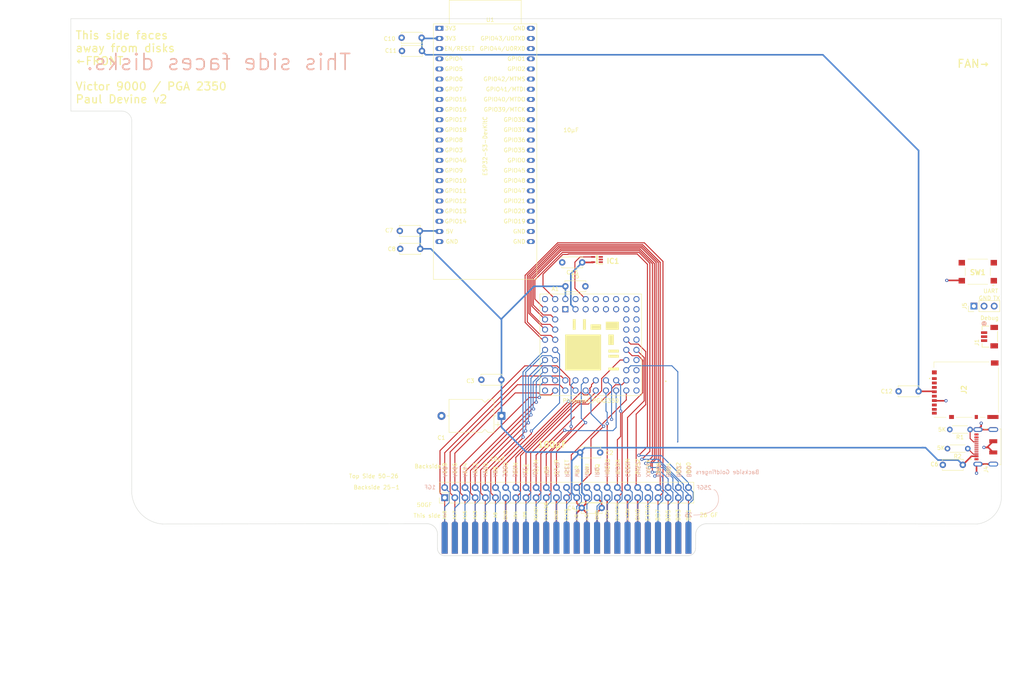
<source format=kicad_pcb>
(kicad_pcb (version 20241229) (generator "pcbnew") (generator_version "9.0")
  (layers (0 "F.Cu" signal) (4 "In1.Cu" signal) (6 "In2.Cu" signal) (2 "B.Cu" signal) (13 "F.Paste" user) (15 "B.Paste" user) (5 "F.SilkS" user "F.Silkscreen") (7 "B.SilkS" user "B.Silkscreen") (1 "F.Mask" user) (3 "B.Mask" user) (25 "Edge.Cuts" user))
  (net 0 "")
  (net 1 "/BOOTSEL")
  (net 2 "/FN_MOSI")
  (net 3 "/UART RX")
  (net 4 "/FN_INT")
  (net 5 "Net-(A1-USB_DP)")
  (net 7 "/FN_MISO")
  (net 8 "/FN_SCLK")
  (net 9 "GND")
  (net 10 "/UART TX")
  (net 11 "+5V")
  (net 12 "/NOT_RESET")
  (net 13 "+3.3V")
  (net 14 "Net-(A1-USB_DM)")
  (net 16 "/SWCLK")
  (net 18 "/SWDIO")
  (net 20 "Net-(J4-CC2)")
  (net 21 "Net-(J4-CC1)")
  (net 24 "/BD7")
  (net 25 "/BD3")
  (net 26 "/BD4")
  (net 27 "/BD6")
  (net 28 "/BD1")
  (net 29 "/BD0")
  (net 30 "/BD5")
  (net 31 "/BD2")
  (net 32 "/A12")
  (net 33 "/A14")
  (net 34 "/A15")
  (net 35 "/A8")
  (net 36 "/A10")
  (net 37 "/A9")
  (net 38 "/A11")
  (net 39 "/A13")
  (net 40 "/A17")
  (net 41 "/A19")
  (net 42 "/DT{slash}R")
  (net 43 "/SSO")
  (net 44 "/IO{slash}M")
  (net 45 "/A16")
  (net 46 "/A18")
  (net 47 "/DLATCH")
  (net 48 "/DEN")
  (net 49 "/WR")
  (net 50 "/RD")
  (net 51 "/ALE")
  (net 52 "/READY")
  (net 53 "/CSEN")
  (net 54 "/HLDA")
  (net 55 "/RESET")
  (net 56 "/CLK15B")
  (net 57 "/PHASE2")
  (net 58 "/CLK5")
  (net 59 "/XACK")
  (net 60 "/HOLD")
  (net 61 "/EXTIO")
  (net 62 "/IRQ")
  (net 63 "/IR5")
  (net 64 "/NMI")
  (net 65 "/IR4")
  (net 66 "/+12VLT")
  (net 67 "/-12VLT")
  (net 69 "/FN_CS")
  (net 70 "/SD_MOSI")
  (net 71 "/SD_MISO")
  (net 72 "/SD_CS")
  (net 73 "/SD_SCLK")
  (footprint "Victor9000:CONN_BM03B-SRSS-TBLFSN_JST" (layer "F.Cu") (at 262.809401 109.742 90)
    (property "Reference" "J1")
    (property "Value" "PICO DEBUG")
  )
  (footprint "Capacitor_THT:C_Disc_D5.0mm_W2.5mm_P5.00mm" (layer "F.Cu") (at 140.676 120.523 180)
    (property "Reference" "C3")
    (property "Value" "0.1µF")
  )
  (footprint "Capacitor_THT:C_Disc_D5.0mm_W2.5mm_P5.00mm" (layer "F.Cu") (at 160.7566 152.5778)
    (property "Reference" "C4")
    (property "Value" "0.1µF")
  )
  (footprint "Victor9000:pimoroni_pga2350" (layer "F.Cu") (at 163.0172 111.7854)
    (property "Reference" "A1")
    (property "Value" "Pimoroni_PGA2350")
  )
  (footprint "Resistor_THT:R_Axial_DIN0204_L3.6mm_D1.6mm_P5.08mm_Horizontal" (layer "F.Cu") (at 257.302 137.7442 180)
    (property "Reference" "R2")
    (property "Value" "5K1")
  )
  (footprint "Capacitor_THT:C_Disc_D5.0mm_W2.5mm_P5.00mm" (layer "F.Cu") (at 120.3814 87.7824 180)
    (property "Reference" "C8")
    (property "Value" "0.1µF")
  )
  (footprint "Victor9000:ESP32-S3-DevKitC" (layer "F.Cu") (at 125.17488 32.639)
    (property "Reference" "U1")
    (property "Value" "ESP32-S3-DevKitC")
  )
  (footprint "Capacitor_THT:C_Disc_D5.0mm_W2.5mm_P5.00mm" (layer "F.Cu") (at 160.3648 138.7094)
    (property "Reference" "C2")
    (property "Value" "10µF")
  )
  (footprint "Victor9000:Victor_Gold_Fingers_3" (layer "F.Cu") (at 156.972 164.52)
    (property "Reference" "GF1" (hide yes))
    (property "Value" "Victor 9K Expansion Port" (hide yes))
    (fp_line (start -35 -8) (end -40.64 -8) (stroke (width 0.12)) (layer "Edge.Cuts"))
    (fp_line (start -32.27 -1.805932) (end -32.27 -5.183769) (stroke (width 0.12)) (layer "Edge.Cuts"))
    (fp_line (start 30.45481 -0.011792) (end -30.48 0) (stroke (width 0.12)) (layer "Edge.Cuts"))
    (fp_line (start 32.24481 -1.801792) (end 32.27 -5.08) (stroke (width 0.12)) (layer "Edge.Cuts"))
    (fp_line (start 40.64 -8) (end 35 -8) (stroke (width 0.12)) (layer "Edge.Cuts"))
    (fp_arc (start -35 -8) (mid -33.016484 -7.191462) (end -32.27 -5.183769) (stroke (width 0.12)) (layer "Edge.Cuts"))
    (fp_arc (start -30.48 0) (mid -31.751366 -0.52992) (end -32.27 -1.805932) (stroke (width 0.12)) (layer "Edge.Cuts"))
    (fp_arc (start 32.24481 -1.801792) (mid 31.720531 -0.536071) (end 30.45481 -0.011792) (stroke (width 0.12)) (layer "Edge.Cuts"))
    (fp_arc (start 32.27 -5.08) (mid 33.018516 -7.116371) (end 35 -8) (stroke (width 0.12)) (layer "Edge.Cuts"))
  )
  (footprint "Capacitor_THT:CP_Axial_L11.0mm_D8.0mm_P15.00mm_Horizontal" (layer "F.Cu") (at 140.6976 129.5654 180)
    (property "Reference" "C1")
    (property "Value" "100µF")
  )
  (footprint "Capacitor_THT:C_Disc_D5.0mm_W2.5mm_P5.00mm" (layer "F.Cu") (at 160.8836 91.186 180)
    (property "Reference" "C13")
    (property "Value" "0.1µF")
  )
  (footprint "Capacitor_THT:C_Disc_D5.0mm_W2.5mm_P5.00mm" (layer "F.Cu") (at 156.6818 97.155)
    (property "Reference" "C5")
    (property "Value" "0.1µF")
  )
  (footprint "Resistor_THT:R_Axial_DIN0204_L3.6mm_D1.6mm_P5.08mm_Horizontal" (layer "F.Cu") (at 257.8862 132.969 180)
    (property "Reference" "R1")
    (property "Value" "5K1")
  )
  (footprint "Capacitor_THT:C_Disc_D5.0mm_W2.5mm_P5.00mm" (layer "F.Cu") (at 256.0574 141.8082 180)
    (property "Reference" "C6")
    (property "Value" "0.1µF")
  )
  (footprint "Connector_PinHeader_2.54mm:PinHeader_1x03_P2.54mm_Vertical" (layer "F.Cu") (at 258.826 102.108 90)
    (property "Reference" "J5")
    (property "Value" "UART")
  )
  (footprint "Victor9000:B3FS1010P" (layer "F.Cu") (at 259.8044 93.508)
    (property "Reference" "SW1")
    (property "Value" "BOOTSEL" (hide yes))
  )
  (footprint "Capacitor_THT:C_Disc_D5.0mm_W2.5mm_P5.00mm" (layer "F.Cu") (at 244.9938 123.4186 180)
    (property "Reference" "C12")
    (property "Value" "0.1µF")
  )
  (footprint "Capacitor_THT:C_Disc_D5.0mm_W2.5mm_P5.00mm" (layer "F.Cu") (at 120.8132 38.3032 180)
    (property "Reference" "C11")
    (property "Value" "0.1µF")
  )
  (footprint "Capacitor_THT:C_Disc_D5.0mm_W2.5mm_P5.00mm" (layer "F.Cu") (at 120.7262 35.0012 180)
    (property "Reference" "C10")
    (property "Value" "10µF")
  )
  (footprint "Victor9000:SOT65P212X110-5N" (layer "F.Cu") (at 164.5768 90.4598 180)
    (property "Reference" "IC1")
    (property "Value" "74LVC1G14GW,125" (hide yes))
  )
  (footprint "Capacitor_THT:C_Disc_D5.0mm_W2.5mm_P5.00mm" (layer "F.Cu") (at 120.2798 83.312 180)
    (property "Reference" "C7")
    (property "Value" "0.1µF")
  )
  (footprint "Victor9000:DM3ATSFPEJM5" (layer "F.Cu") (at 256.345 123.007 90)
    (property "Reference" "J2")
    (property "Value" "Micro_SD_Card" (hide yes))
  )
  (footprint "Victor9000:JAE_DX07S016JA1R1500" (layer "F.Cu") (at 260.567 137.299 90)
    (property "Reference" "J4")
    (property "Value" "DX07S016JA1R1500")
    (fp_line (start 2.875 -0.315) (end 3.125 -0.315) (stroke (width 0.01)) (layer "Edge.Cuts"))
    (fp_line (start 3.125 0.315) (end 2.875 0.315) (stroke (width 0.01)) (layer "Edge.Cuts"))
    (fp_arc (start 3.125 -0.315) (mid 3.347739 -0.222739) (end 3.44 0) (stroke (width 0.01)) (layer "Edge.Cuts"))
    (fp_arc (start 3.44 0) (mid 3.347739 0.222739) (end 3.125 0.315) (stroke (width 0.01)) (layer "Edge.Cuts"))
    (fp_arc (start 2.56 0) (mid 2.652261 -0.222739) (end 2.875 -0.315) (stroke (width 0.01)) (layer "Edge.Cuts"))
    (fp_arc (start 2.875 0.315) (mid 2.652261 0.222739) (end 2.56 0) (stroke (width 0.01)) (layer "Edge.Cuts"))
  )
  (gr_line (start 197.612 156.52) (end 259.712667 156.592) (stroke (width 0.1)) (layer "Edge.Cuts"))
  (gr_line (start 33.0325 53.34) (end 33.02 30.226) (stroke (width 0.1)) (layer "Edge.Cuts"))
  (gr_line (start 48.235 147.828) (end 48.26 55.88) (stroke (width 0.1)) (layer "Edge.Cuts"))
  (gr_line (start 265.7 149.606) (end 265.7 30.226) (stroke (width 0.1)) (layer "Edge.Cuts"))
  (gr_arc (start 45.72 53.34) (mid 47.516051 54.083949) (end 48.26 55.88) (stroke (width 0.1)) (layer "Edge.Cuts"))
  (gr_arc (start 55.868135 156.592) (mid 50.280059 153.752921) (end 48.235 147.828) (stroke (width 0.1)) (layer "Edge.Cuts"))
  (gr_line (start 265.7 30.226) (end 33.02 30.226) (stroke (width 0.1)) (layer "Edge.Cuts"))
  (gr_arc (start 265.7 149.606) (mid 264.042484 154.244155) (end 259.712667 156.592) (stroke (width 0.1)) (layer "Edge.Cuts"))
  (gr_line (start 45.72 53.34) (end 33.0325 53.34) (stroke (width 0.1)) (layer "Edge.Cuts"))
  (gr_line (start 116.332 156.52) (end 55.868135 156.592) (stroke (width 0.1)) (layer "Edge.Cuts"))
  (gr_text "Debug" (at 260.35 105.664 0) (layer "F.SilkS") (effects (font (size 1 1)) (justify left bottom)))
  (gr_text "This side faces\naway from disks\n←FRONT    " (at 34.036 37.592 0) (layer "F.SilkS") (effects (font (size 2 2) (thickness 0.3)) (justify left)))
  (gr_text "5K" (at 249.7836 133.5532 0) (layer "F.SilkS") (effects (font (size 1 1)) (justify left bottom)))
  (gr_text "UART" (at 261.112 98.933 0) (layer "F.SilkS") (effects (font (size 1 1)) (justify left bottom)))
  (gr_text "5K" (at 249.5296 138.1506 0) (layer "F.SilkS") (effects (font (size 1 1)) (justify left bottom)))
  (gr_text "GND" (at 259.969 100.711 0) (layer "F.SilkS") (effects (font (size 1 1)) (justify left bottom)))
  (gr_text "TX" (at 263.525 100.711 0) (layer "F.SilkS") (effects (font (size 1 1)) (justify left bottom)))
  (gr_text "10µF" (at 137.7188 140.9192 0) (layer "F.SilkS") (effects (font (size 1 1)) (justify left bottom)))
  (gr_text "FAN→" (at 254.508 42.672 0) (layer "F.SilkS") (effects (font (size 2 2) (thickness 0.3)) (justify left bottom)))
  (gr_text "10µF" (at 156.083 58.674 0) (layer "F.SilkS") (effects (font (size 1 1)) (justify left bottom)))
  (gr_text "Victor 9000 / PGA 2350\nPaul Devine v2" (at 34.036 48.768 0) (layer "F.SilkS") (effects (font (size 2 2) (thickness 0.3)) (justify left)))
  (gr_text "100µF" (at 149.606 137.6172 0) (layer "F.SilkS") (effects (font (size 1.5 1.5) (thickness 0.3) (bold yes)) (justify left bottom)))
  (gr_text "This side faces disks." (at 103.378 43.434 0) (layer "B.SilkS") (effects (font (size 4 4) (thickness 0.4) (bold yes)) (justify left bottom mirror)))
  (segment (start 141.737 158.436118) (end 141.737 150.02) (width 0.4) (layer "F.Cu") (net 9))
  (segment (start 141.732 158.441118) (end 141.737 158.436118) (width 0.4) (layer "F.Cu") (net 9))
  (segment (start 259.842 141.619) (end 263.667 141.619) (width 0.4) (layer "F.Cu") (net 9))
  (segment (start 154.432 160.02) (end 154.432 150.025) (width 0.4) (layer "F.Cu") (net 9))
  (segment (start 164.592 160.02) (end 164.592 153.7424) (width 0.4) (layer "F.Cu") (net 9))
  (segment (start 260.6548 132.1662) (end 259.842 132.979) (width 0.4) (layer "F.Cu") (net 9))
  (segment (start 164.592 153.7424) (end 165.7566 152.5778) (width 0.4) (layer "F.Cu") (net 9))
  (segment (start 165.7566 151.1796) (end 164.597 150.02) (width 0.4) (layer "F.Cu") (net 9))
  (segment (start 251.841 125.7808) (end 248.9818 125.7808) (width 0.4) (layer "F.Cu") (net 9))
  (segment (start 260.6548 131.3942) (end 260.6548 132.1662) (width 0.4) (layer "F.Cu") (net 9))
  (segment (start 174.752 160.02) (end 174.752 150.025) (width 0.4) (layer "F.Cu") (net 9))
  (segment (start 262.1266 137.4394) (end 263.667 135.899) (width 0.4) (layer "F.Cu") (net 9))
  (segment (start 262.4074 137.4394) (end 263.667 138.699) (width 0.4) (layer "F.Cu") (net 9))
  (segment (start 165.7566 152.5778) (end 165.7566 151.1796) (width 0.4) (layer "F.Cu") (net 9))
  (segment (start 261.3406 137.4394) (end 262.1266 137.4394) (width 0.4) (layer "F.Cu") (net 9))
  (segment (start 263.667 132.979) (end 259.842 132.979) (width 0.4) (layer "F.Cu") (net 9))
  (segment (start 141.732 160.02) (end 141.732 158.441118) (width 0.4) (layer "F.Cu") (net 9))
  (segment (start 252.0442 95.6818) (end 255.7282 95.6818) (width 0.4) (layer "F.Cu") (net 9))
  (segment (start 174.752 150.025) (end 174.757 150.02) (width 0.4) (layer "F.Cu") (net 9))
  (segment (start 154.432 150.025) (end 154.437 150.02) (width 0.4) (layer "F.Cu") (net 9))
  (segment (start 261.3406 137.4394) (end 262.4074 137.4394) (width 0.4) (layer "F.Cu") (net 9))
  (segment (start 255.7282 95.6818) (end 255.8044 95.758) (width 0.4) (layer "F.Cu") (net 9))
  (segment (start 259.4864 143.891) (end 259.4864 141.9746) (width 0.4) (layer "F.Cu") (net 9))
  (segment (start 248.9818 125.7808) (end 248.933 125.732) (width 0.4) (layer "F.Cu") (net 9))
  (segment (start 259.4864 141.9746) (end 259.842 141.619) (width 0.4) (layer "F.Cu") (net 9))
  (via (at 260.6548 131.3942) (size 0.8) (drill 0.4) (layers "F.Cu" "B.Cu") (net 9))
  (via (at 261.3406 137.4394) (size 0.8) (drill 0.4) (layers "F.Cu" "B.Cu") (net 9))
  (via (at 252.0442 95.6818) (size 0.8) (drill 0.4) (layers "F.Cu" "B.Cu") (net 9))
  (via (at 259.4864 143.891) (size 0.8) (drill 0.4) (layers "F.Cu" "B.Cu") (net 9))
  (via (at 251.841 125.7808) (size 0.8) (drill 0.4) (layers "F.Cu" "B.Cu") (net 9))
  (segment (start 160.7566 152.5778) (end 161.7726 151.5618) (width 0.4) (layer "F.Cu") (net 11))
  (segment (start 162.052 153.8732) (end 160.7566 152.5778) (width 0.4) (layer "F.Cu") (net 11))
  (segment (start 159.517 151.3382) (end 160.7566 152.5778) (width 0.4) (layer "F.Cu") (net 11))
  (segment (start 161.7726 151.5618) (end 161.7726 150.3044) (width 0.4) (layer "F.Cu") (net 11))
  (segment (start 159.512 160.02) (end 159.512 153.8224) (width 0.4) (layer "F.Cu") (net 11))
  (segment (start 159.512 153.8224) (end 160.7566 152.5778) (width 0.4) (layer "F.Cu") (net 11))
  (segment (start 259.467 139.649) (end 258.2166 139.649) (width 0.4) (layer "F.Cu") (net 11))
  (segment (start 258.2166 139.649) (end 256.0574 141.8082) (width 0.4) (layer "F.Cu") (net 11))
  (segment (start 162.052 160.02) (end 162.052 153.8732) (width 0.4) (layer "F.Cu") (net 11))
  (segment (start 159.517 150.02) (end 159.517 151.3382) (width 0.4) (layer "F.Cu") (net 11))
  (segment (start 161.7726 150.3044) (end 162.057 150.02) (width 0.4) (layer "F.Cu") (net 11))
  (segment (start 158.266 140.8082) (end 160.3648 138.7094) (width 0.4) (layer "B.Cu") (net 11))
  (segment (start 160.3648 138.7094) (end 160.2632 138.6078) (width 0.4) (layer "B.Cu") (net 11))
  (segment (start 148.844 97.155) (end 156.6818 97.155) (width 0.4) (layer "B.Cu") (net 11))
  (segment (start 140.6976 129.5654) (end 140.6144 129.4822) (width 0.4) (layer "B.Cu") (net 11))
  (segment (start 249.8272 140.6072) (end 246.7284 137.5084) (width 0.4) (layer "B.Cu") (net 11))
  (segment (start 140.6144 105.3846) (end 123.0122 87.7824) (width 0.4) (layer "B.Cu") (net 11))
  (segment (start 256.0574 141.8082) (end 254.8564 140.6072) (width 0.4) (layer "B.Cu") (net 11))
  (segment (start 245.872 137.5084) (end 161.5658 137.5084) (width 0.4) (layer "B.Cu") (net 11))
  (segment (start 120.3814 87.7824) (end 120.3814 83.4136) (width 0.4) (layer "B.Cu") (net 11))
  (segment (start 120.3814 83.4136) (end 120.2798 83.312) (width 0.4) (layer "B.Cu") (net 11))
  (segment (start 160.2632 138.6078) (end 146.8882 138.6078) (width 0.4) (layer "B.Cu") (net 11))
  (segment (start 160.806 148.769) (end 160.806 139.1506) (width 0.4) (layer "B.Cu") (net 11))
  (segment (start 140.6976 129.5654) (end 140.6976 105.3014) (width 0.4) (layer "B.Cu") (net 11))
  (segment (start 146.8882 138.6078) (end 140.6976 132.4172) (width 0.4) (layer "B.Cu") (net 11))
  (segment (start 140.6144 105.3846) (end 140.7414 105.2576) (width 0.4) (layer "B.Cu") (net 11))
  (segment (start 156.6818 100.3408) (end 156.6672 100.3554) (width 0.4) (layer "B.Cu") (net 11))
  (segment (start 158.266 148.769) (end 158.266 140.8082) (width 0.4) (layer "B.Cu") (net 11))
  (segment (start 159.517 150.02) (end 158.266 148.769) (width 0.4) (layer "B.Cu") (net 11))
  (segment (start 160.806 139.1506) (end 160.3648 138.7094) (width 0.4) (layer "B.Cu") (net 11))
  (segment (start 254.8564 140.6072) (end 249.8272 140.6072) (width 0.4) (layer "B.Cu") (net 11))
  (segment (start 161.5658 137.5084) (end 160.3648 138.7094) (width 0.4) (layer "B.Cu") (net 11))
  (segment (start 140.6976 132.4172) (end 140.6976 129.5654) (width 0.4) (layer "B.Cu") (net 11))
  (segment (start 162.057 150.02) (end 160.806 148.769) (width 0.4) (layer "B.Cu") (net 11))
  (segment (start 246.7284 137.5084) (end 245.872 137.5084) (width 0.4) (layer "B.Cu") (net 11))
  (segment (start 123.0122 87.7824) (end 120.3814 87.7824) (width 0.4) (layer "B.Cu") (net 11))
  (segment (start 125.04692 83.312) (end 125.1712 83.43628) (width 0.4) (layer "B.Cu") (net 11))
  (segment (start 120.2798 83.312) (end 125.04692 83.312) (width 0.4) (layer "B.Cu") (net 11))
  (segment (start 156.6818 97.155) (end 156.6818 100.3408) (width 0.4) (layer "B.Cu") (net 11))
  (segment (start 140.7414 105.2576) (end 148.844 97.155) (width 0.4) (layer "B.Cu") (net 11))
  (segment (start 246.3074 137.5084) (end 245.872 137.5084) (width 0.4) (layer "B.Cu") (net 11))
  (segment (start 140.6976 105.3014) (end 140.7414 105.2576) (width 0.4) (layer "B.Cu") (net 11))
  (segment (start 159.0548 97.663) (end 161.7472 100.3554) (width 0.25) (layer "F.Cu") (net 12))
  (segment (start 163.6268 89.8098) (end 160.3548 89.8098) (width 0.25) (layer "F.Cu") (net 12))
  (segment (start 160.3548 89.8098) (end 159.0548 91.1098) (width 0.25) (layer "F.Cu") (net 12))
  (segment (start 159.0548 91.1098) (end 159.0548 97.663) (width 0.25) (layer "F.Cu") (net 12))
  (segment (start 248.8196 123.4186) (end 248.933 123.532) (width 0.4) (layer "F.Cu") (net 13))
  (segment (start 244.9938 123.4186) (end 248.8196 123.4186) (width 0.4) (layer "F.Cu") (net 13))
  (segment (start 163.5506 91.186) (end 163.6268 91.1098) (width 0.4) (layer "F.Cu") (net 13))
  (segment (start 160.8836 91.186) (end 163.5506 91.186) (width 0.4) (layer "F.Cu") (net 13))
  (segment (start 121.768 39.258) (end 221.0458 39.258) (width 0.4) (layer "B.Cu") (net 13))
  (segment (start 120.8132 35.0882) (end 120.7262 35.0012) (width 0.4) (layer "B.Cu") (net 13))
  (segment (start 159.2072 102.8954) (end 158.0412 101.7294) (width 0.4) (layer "B.Cu") (net 13))
  (segment (start 158.0412 101.7294) (end 158.0412 94.0284) (width 0.4) (layer "B.Cu") (net 13))
  (segment (start 158.0412 94.0284) (end 160.8836 91.186) (width 0.4) (layer "B.Cu") (net 13))
  (segment (start 125.17488 35.179) (end 120.904 35.179) (width 0.4) (layer "B.Cu") (net 13))
  (segment (start 244.9938 63.206) (end 244.9938 123.4186) (width 0.4) (layer "B.Cu") (net 13))
  (segment (start 120.904 35.179) (end 120.7262 35.0012) (width 0.4) (layer "B.Cu") (net 13))
  (segment (start 120.8132 38.3032) (end 121.768 39.258) (width 0.4) (layer "B.Cu") (net 13))
  (segment (start 221.0458 39.258) (end 244.9938 63.206) (width 0.4) (layer "B.Cu") (net 13))
  (segment (start 120.8132 38.3032) (end 120.8132 35.0882) (width 0.4) (layer "B.Cu") (net 13))
  (segment (start 258.717 136.049) (end 257.8862 135.2182) (width 0.25) (layer "F.Cu") (net 20))
  (segment (start 259.467 136.049) (end 258.717 136.049) (width 0.25) (layer "F.Cu") (net 20))
  (segment (start 257.8862 135.2182) (end 257.8862 132.969) (width 0.25) (layer "F.Cu") (net 20))
  (segment (start 257.302 137.7442) (end 258.6938 139.136) (width 0.25) (layer "F.Cu") (net 21))
  (segment (start 258.6938 139.136) (end 259.8674 139.136) (width 0.25) (layer "F.Cu") (net 21))
  (segment (start 181.0766 148.7804) (end 179.837 150.02) (width 0.25) (layer "F.Cu") (net 24))
  (segment (start 151.5872 110.5154) (end 150.9268 110.5154) (width 0.25) (layer "F.Cu") (net 24))
  (segment (start 146.6088 106.1974) (end 146.6088 94.4118) (width 0.25) (layer "F.Cu") (net 24))
  (segment (start 179.832 150.025) (end 179.837 150.02) (width 0.25) (layer "F.Cu") (net 24))
  (segment (start 150.9268 110.5154) (end 146.6088 106.1974) (width 0.25) (layer "F.Cu") (net 24))
  (segment (start 146.6088 94.4118) (end 154.7368 86.2838) (width 0.25) (layer "F.Cu") (net 24))
  (segment (start 154.7368 86.2838) (end 176.4284 86.2838) (width 0.25) (layer "F.Cu") (net 24))
  (segment (start 181.0766 90.932) (end 181.0766 148.7804) (width 0.25) (layer "F.Cu") (net 24))
  (segment (start 179.832 160.02) (end 179.832 150.025) (width 0.25) (layer "F.Cu") (net 24))
  (segment (start 176.4284 86.2838) (end 181.0766 90.932) (width 0.25) (layer "F.Cu") (net 24))
  (segment (start 178.943 140.240628) (end 178.04 141.143628) (width 0.25) (layer "F.Cu") (net 25))
  (segment (start 151.5872 105.4354) (end 148.3016 102.1498) (width 0.25) (layer "F.Cu") (net 25))
  (segment (start 148.3016 102.1498) (end 148.3016 95.005) (width 0.25) (layer "F.Cu") (net 25))
  (segment (start 175.3526 87.875) (end 178.943 91.4654) (width 0.25) (layer "F.Cu") (net 25))
  (segment (start 148.3016 95.005) (end 155.4316 87.875) (width 0.25) (layer "F.Cu") (net 25))
  (segment (start 178.04 142.127) (end 177.6984 142.4686) (width 0.25) (layer "F.Cu") (net 25))
  (segment (start 184.912 150.025) (end 184.917 150.02) (width 0.25) (layer "F.Cu") (net 25))
  (segment (start 178.04 141.143628) (end 178.04 142.127) (width 0.25) (layer "F.Cu") (net 25))
  (segment (start 155.4316 87.875) (end 175.3526 87.875) (width 0.25) (layer "F.Cu") (net 25))
  (segment (start 184.912 160.02) (end 184.912 150.025) (width 0.25) (layer "F.Cu") (net 25))
  (segment (start 178.943 91.4654) (end 178.943 140.240628) (width 0.25) (layer "F.Cu") (net 25))
  (via (at 177.6984 142.4686) (size 0.8) (drill 0.4) (layers "F.Cu" "B.Cu") (net 25))
  (segment (start 184.917 149.143116) (end 184.917 150.02) (width 0.25) (layer "B.Cu") (net 25))
  (segment (start 177.6984 142.4686) (end 180.9242 142.4686) (width 0.25) (layer "B.Cu") (net 25))
  (segment (start 183.553 147.779116) (end 184.917 149.143116) (width 0.25) (layer "B.Cu") (net 25))
  (segment (start 183.553 145.0974) (end 183.553 147.779116) (width 0.25) (layer "B.Cu") (net 25))
  (segment (start 180.9242 142.4686) (end 183.553 145.0974) (width 0.25) (layer "B.Cu") (net 25))
  (segment (start 178.418 143.6116) (end 178.418 141.3002) (width 0.25) (layer "F.Cu") (net 26))
  (segment (start 175.658056 87.497) (end 155.201172 87.497) (width 0.25) (layer "F.Cu") (net 26))
  (segment (start 150.826372 106.68) (end 152.8318 106.68) (width 0.25) (layer "F.Cu") (net 26))
  (segment (start 152.8318 106.68) (end 154.1272 107.9754) (width 0.25) (layer "F.Cu") (net 26))
  (segment (start 147.9236 94.774572) (end 147.9236 103.777228) (width 0.25) (layer "F.Cu") (net 26))
  (segment (start 178.418 141.3002) (end 179.3748 140.3434) (width 0.25) (layer "F.Cu") (net 26))
  (segment (start 147.9236 103.777228) (end 150.826372 106.68) (width 0.25) (layer "F.Cu") (net 26))
  (segment (start 179.3748 140.3434) (end 179.3748 91.213744) (width 0.25) (layer "F.Cu") (net 26))
  (segment (start 179.3748 91.213744) (end 175.658056 87.497) (width 0.25) (layer "F.Cu") (net 26))
  (segment (start 155.201172 87.497) (end 147.9236 94.774572) (width 0.25) (layer "F.Cu") (net 26))
  (via (at 178.418 143.6116) (size 0.8) (drill 0.4) (layers "F.Cu" "B.Cu") (net 26))
  (segment (start 182.372 160.02) (end 182.372 151.876116) (width 0.25) (layer "B.Cu") (net 26))
  (segment (start 178.418 143.6116) (end 180.6702 143.6116) (width 0.25) (layer "B.Cu") (net 26))
  (segment (start 180.6702 143.6116) (end 182.377 145.3184) (width 0.25) (layer "B.Cu") (net 26))
  (segment (start 183.553 150.695116) (end 183.553 148.656) (width 0.25) (layer "B.Cu") (net 26))
  (segment (start 183.553 148.656) (end 182.377 147.48) (width 0.25) (layer "B.Cu") (net 26))
  (segment (start 182.372 151.876116) (end 183.553 150.695116) (width 0.25) (layer "B.Cu") (net 26))
  (segment (start 182.377 145.3184) (end 182.377 147.48) (width 0.25) (layer "B.Cu") (net 26))
  (segment (start 180.3908 146.9262) (end 179.837 147.48) (width 0.25) (layer "F.Cu") (net 27))
  (segment (start 147.1676 94.4118) (end 154.8384 86.741) (width 0.25) (layer "F.Cu") (net 27))
  (segment (start 154.1272 110.5154) (end 153.035 109.4232) (width 0.25) (layer "F.Cu") (net 27))
  (segment (start 147.1676 106.0704) (end 147.1676 94.4118) (width 0.25) (layer "F.Cu") (net 27))
  (segment (start 153.035 109.4232) (end 150.5204 109.4232) (width 0.25) (layer "F.Cu") (net 27))
  (segment (start 180.3908 91.1606) (end 180.3908 146.9262) (width 0.25) (layer "F.Cu") (net 27))
  (segment (start 150.5204 109.4232) (end 147.1676 106.0704) (width 0.25) (layer "F.Cu") (net 27))
  (segment (start 175.9712 86.741) (end 180.3908 91.1606) (width 0.25) (layer "F.Cu") (net 27))
  (segment (start 154.8384 86.741) (end 175.9712 86.741) (width 0.25) (layer "F.Cu") (net 27))
  (segment (start 181.013 150.695116) (end 181.013 148.656) (width 0.25) (layer "B.Cu") (net 27))
  (segment (start 179.832 151.876116) (end 181.013 150.695116) (width 0.25) (layer "B.Cu") (net 27))
  (segment (start 181.013 148.656) (end 179.837 147.48) (width 0.25) (layer "B.Cu") (net 27))
  (segment (start 179.832 160.02) (end 179.832 151.876116) (width 0.25) (layer "B.Cu") (net 27))
  (segment (start 175.105256 88.6968) (end 177.8 91.391544) (width 0.25) (layer "F.Cu") (net 28))
  (segment (start 177.8 91.391544) (end 177.8 138.428287) (width 0.25) (layer "F.Cu") (net 28))
  (segment (start 187.452 150.025) (end 187.457 150.02) (width 0.25) (layer "F.Cu") (net 28))
  (segment (start 177.8 138.428287) (end 175.803008 140.425279) (width 0.25) (layer "F.Cu") (net 28))
  (segment (start 149.0576 95.5548) (end 155.9156 88.6968) (width 0.25) (layer "F.Cu") (net 28))
  (segment (start 149.0576 100.3658) (end 149.0576 95.5548) (width 0.25) (layer "F.Cu") (net 28))
  (segment (start 151.5872 102.8954) (end 149.0576 100.3658) (width 0.25) (layer "F.Cu") (net 28))
  (segment (start 187.452 160.02) (end 187.452 150.025) (width 0.25) (layer "F.Cu") (net 28))
  (segment (start 155.9156 88.6968) (end 175.105256 88.6968) (width 0.25) (layer "F.Cu") (net 28))
  (via (at 175.803008 140.425279) (size 0.8) (drill 0.4) (layers "F.Cu" "B.Cu") (net 28))
  (segment (start 186.182 146.657256) (end 186.182 147.868116) (width 0.25) (layer "B.Cu") (net 28))
  (segment (start 175.803008 140.425279) (end 175.814329 140.4366) (width 0.25) (layer "B.Cu") (net 28))
  (segment (start 175.814329 140.4366) (end 179.961344 140.4366) (width 0.25) (layer "B.Cu") (net 28))
  (segment (start 187.457 149.143116) (end 187.457 150.02) (width 0.25) (layer "B.Cu") (net 28))
  (segment (start 186.182 147.868116) (end 187.457 149.143116) (width 0.25) (layer "B.Cu") (net 28))
  (segment (start 179.961344 140.4366) (end 186.182 146.657256) (width 0.25) (layer "B.Cu") (net 28))
  (segment (start 175.814329 140.4366) (end 176.5046 140.4366) (width 0.25) (layer "B.Cu") (net 28))
  (segment (start 177.1904 91.6432) (end 177.1904 137.287) (width 0.25) (layer "F.Cu") (net 29))
  (segment (start 157.2768 89.2048) (end 157.4068 89.0748) (width 0.25) (layer "F.Cu") (net 29))
  (segment (start 157.4068 89.0748) (end 174.622 89.0748) (width 0.25) (layer "F.Cu") (net 29))
  (segment (start 151.0792 97.3074) (end 151.0792 94.1324) (width 0.25) (layer "F.Cu") (net 29))
  (segment (start 154.1272 100.3554) (end 151.0792 97.3074) (width 0.25) (layer "F.Cu") (net 29))
  (segment (start 177.165 137.287) (end 175.0314 139.4206) (width 0.25) (layer "F.Cu") (net 29))
  (segment (start 174.622 89.0748) (end 177.1904 91.6432) (width 0.25) (layer "F.Cu") (net 29))
  (segment (start 177.1904 137.287) (end 177.165 137.287) (width 0.25) (layer "F.Cu") (net 29))
  (segment (start 151.0792 94.1324) (end 156.0068 89.2048) (width 0.25) (layer "F.Cu") (net 29))
  (segment (start 156.0068 89.2048) (end 157.2768 89.2048) (width 0.25) (layer "F.Cu") (net 29))
  (via (at 175.0314 139.4206) (size 0.8) (drill 0.4) (layers "F.Cu" "B.Cu") (net 29))
  (segment (start 175.0314 139.4206) (end 175.1076 139.4968) (width 0.25) (layer "B.Cu") (net 29))
  (segment (start 188.633 150.507116) (end 188.633 148.656) (width 0.25) (layer "B.Cu") (net 29))
  (segment (start 187.452 151.688116) (end 188.633 150.507116) (width 0.25) (layer "B.Cu") (net 29))
  (segment (start 187.457 146.277919) (end 187.457 147.48) (width 0.25) (layer "B.Cu") (net 29))
  (segment (start 180.675881 139.4968) (end 187.457 146.277919) (width 0.25) (layer "B.Cu") (net 29))
  (segment (start 187.452 160.02) (end 187.452 151.688116) (width 0.25) (layer "B.Cu") (net 29))
  (segment (start 188.633 148.656) (end 187.457 147.48) (width 0.25) (layer "B.Cu") (net 29))
  (segment (start 175.1076 139.4968) (end 180.675881 139.4968) (width 0.25) (layer "B.Cu") (net 29))
  (segment (start 179.9082 143.7386) (end 179.9082 91.212572) (width 0.25) (layer "F.Cu") (net 30))
  (segment (start 179.9082 91.212572) (end 175.814628 87.119) (width 0.25) (layer "F.Cu") (net 30))
  (segment (start 147.5456 94.618) (end 147.5456 103.9338) (width 0.25) (layer "F.Cu") (net 30))
  (segment (start 182.372 150.025) (end 182.377 150.02) (width 0.25) (layer "F.Cu") (net 30))
  (segment (start 182.372 160.02) (end 182.372 150.025) (width 0.25) (layer "F.Cu") (net 30))
  (segment (start 179.0446 144.6022) (end 179.9082 143.7386) (width 0.25) (layer "F.Cu") (net 30))
  (segment (start 155.0446 87.119) (end 147.5456 94.618) (width 0.25) (layer "F.Cu") (net 30))
  (segment (start 175.814628 87.119) (end 155.0446 87.119) (width 0.25) (layer "F.Cu") (net 30))
  (segment (start 147.5456 103.9338) (end 151.5872 107.9754) (width 0.25) (layer "F.Cu") (net 30))
  (via (at 179.0446 144.6022) (size 0.8) (drill 0.4) (layers "F.Cu" "B.Cu") (net 30))
  (segment (start 181.013 144.9958) (end 181.013 147.779116) (width 0.25) (layer "B.Cu") (net 30))
  (segment (start 182.377 149.143116) (end 182.377 150.02) (width 0.25) (layer "B.Cu") (net 30))
  (segment (start 179.0446 144.6022) (end 180.6194 144.6022) (width 0.25) (layer "B.Cu") (net 30))
  (segment (start 180.6194 144.6022) (end 181.013 144.9958) (width 0.25) (layer "B.Cu") (net 30))
  (segment (start 181.013 147.779116) (end 182.377 149.143116) (width 0.25) (layer "B.Cu") (net 30))
  (segment (start 178.435 91.491972) (end 178.435 139.762388) (width 0.25) (layer "F.Cu") (net 31))
  (segment (start 148.6796 95.161572) (end 155.588172 88.253) (width 0.25) (layer "F.Cu") (net 31))
  (segment (start 151.1566 104.3444) (end 148.6796 101.8674) (width 0.25) (layer "F.Cu") (net 31))
  (segment (start 153.0362 104.3444) (end 151.1566 104.3444) (width 0.25) (layer "F.Cu") (net 31))
  (segment (start 148.6796 101.8674) (end 148.6796 95.161572) (width 0.25) (layer "F.Cu") (net 31))
  (segment (start 175.196028 88.253) (end 178.435 91.491972) (width 0.25) (layer "F.Cu") (net 31))
  (segment (start 154.1272 105.4354) (end 153.0362 104.3444) (width 0.25) (layer "F.Cu") (net 31))
  (segment (start 178.435 139.762388) (end 176.775164 141.422224) (width 0.25) (layer "F.Cu") (net 31))
  (segment (start 155.588172 88.253) (end 175.196028 88.253) (width 0.25) (layer "F.Cu") (net 31))
  (via (at 176.775164 141.422224) (size 0.8) (drill 0.4) (layers "F.Cu" "B.Cu") (net 31))
  (segment (start 184.912 160.02) (end 184.912 151.688116) (width 0.25) (layer "B.Cu") (net 31))
  (segment (start 184.912 151.688116) (end 186.093 150.507116) (width 0.25) (layer "B.Cu") (net 31))
  (segment (start 180.214172 141.224) (end 184.917 145.926828) (width 0.25) (layer "B.Cu") (net 31))
  (segment (start 186.093 148.656) (end 184.917 147.48) (width 0.25) (layer "B.Cu") (net 31))
  (segment (start 176.775164 141.422224) (end 176.973388 141.224) (width 0.25) (layer "B.Cu") (net 31))
  (segment (start 186.093 150.507116) (end 186.093 148.656) (width 0.25) (layer "B.Cu") (net 31))
  (segment (start 176.973388 141.224) (end 180.214172 141.224) (width 0.25) (layer "B.Cu") (net 31))
  (segment (start 184.917 145.926828) (end 184.917 147.48) (width 0.25) (layer "B.Cu") (net 31))
  (segment (start 148.0736 129.3114) (end 148.0566 129.3114) (width 0.25) (layer "F.Cu") (net 32))
  (segment (start 134.117 143.251) (end 134.117 147.48) (width 0.25) (layer "F.Cu") (net 32))
  (segment (start 148.0566 129.3114) (end 134.117 143.251) (width 0.25) (layer "F.Cu") (net 32))
  (via (at 148.0736 129.3114) (size 0.8) (drill 0.4) (layers "F.Cu" "B.Cu") (net 32))
  (segment (start 135.293 150.507116) (end 135.293 148.656) (width 0.25) (layer "B.Cu") (net 32))
  (segment (start 134.112 151.688116) (end 135.293 150.507116) (width 0.25) (layer "B.Cu") (net 32))
  (segment (start 135.293 148.656) (end 134.117 147.48) (width 0.25) (layer "B.Cu") (net 32))
  (segment (start 134.112 160.02) (end 134.112 151.688116) (width 0.25) (layer "B.Cu") (net 32))
  (segment (start 150.4962 117.7024) (end 150.4962 117.683493) (width 0.25) (layer "B.Cu") (net 32))
  (segment (start 148.0566 120.142) (end 150.4962 117.7024) (width 0.25) (layer "B.Cu") (net 32))
  (segment (start 148.0736 129.3114) (end 148.0566 129.2944) (width 0.25) (layer "B.Cu") (net 32))
  (segment (start 148.0566 129.2944) (end 148.0566 120.142) (width 0.25) (layer "B.Cu") (net 32))
  (segment (start 153.0362 117.0444) (end 154.1272 118.1354) (width 0.25) (layer "B.Cu") (net 32))
  (segment (start 151.135293 117.0444) (end 153.0362 117.0444) (width 0.25) (layer "B.Cu") (net 32))
  (segment (start 150.4962 117.683493) (end 151.135293 117.0444) (width 0.25) (layer "B.Cu") (net 32))
  (segment (start 148.971 126.1364) (end 149.4028 126.1364) (width 0.25) (layer "F.Cu") (net 33))
  (segment (start 131.577 143.5304) (end 148.971 126.1364) (width 0.25) (layer "F.Cu") (net 33))
  (segment (start 131.577 147.48) (end 131.577 143.5304) (width 0.25) (layer "F.Cu") (net 33))
  (via (at 149.4028 126.1364) (size 0.8) (drill 0.4) (layers "F.Cu" "B.Cu") (net 33))
  (segment (start 154.1272 120.6754) (end 153.010186 119.558386) (width 0.25) (layer "B.Cu") (net 33))
  (segment (start 132.753 148.656) (end 131.577 147.48) (width 0.25) (layer "B.Cu") (net 33))
  (segment (start 149.4028 121.0056) (end 149.4028 122.325228) (width 0.25) (layer "B.Cu") (net 33))
  (segment (start 150.850014 119.558386) (end 149.4028 121.0056) (width 0.25) (layer "B.Cu") (net 33))
  (segment (start 132.753 150.507116) (end 132.753 148.656) (width 0.25) (layer "B.Cu") (net 33))
  (segment (start 131.572 160.02) (end 131.572 151.688116) (width 0.25) (layer "B.Cu") (net 33))
  (segment (start 149.4028 122.325228) (end 149.3804 122.347628) (width 0.25) (layer "B.Cu") (net 33))
  (segment (start 149.3804 126.114) (end 149.4028 126.1364) (width 0.25) (layer "B.Cu") (net 33))
  (segment (start 153.010186 119.558386) (end 150.850014 119.558386) (width 0.25) (layer "B.Cu") (net 33))
  (segment (start 131.572 151.688116) (end 132.753 150.507116) (width 0.25) (layer "B.Cu") (net 33))
  (segment (start 149.3804 122.347628) (end 149.3804 126.114) (width 0.25) (layer "B.Cu") (net 33))
  (segment (start 151.5872 120.997314) (end 151.5872 120.6754) (width 0.25) (layer "F.Cu") (net 34))
  (segment (start 130.401 142.183514) (end 147.641914 124.9426) (width 0.25) (layer "F.Cu") (net 34))
  (segment (start 131.572 160.02) (end 131.572 150.025) (width 0.25) (layer "F.Cu") (net 34))
  (segment (start 130.401 148.844) (end 130.401 142.183514) (width 0.25) (layer "F.Cu") (net 34))
  (segment (start 131.572 150.025) (end 131.577 150.02) (width 0.25) (layer "F.Cu") (net 34))
  (segment (start 131.577 150.02) (end 130.401 148.844) (width 0.25) (layer "F.Cu") (net 34))
  (segment (start 147.641914 124.9426) (end 150.1648 124.9426) (width 0.25) (layer "F.Cu") (net 34))
  (via (at 150.1648 124.9426) (size 0.8) (drill 0.4) (layers "F.Cu" "B.Cu") (net 34))
  (segment (start 150.2664 124.841) (end 150.1648 124.9426) (width 0.25) (layer "B.Cu") (net 34))
  (segment (start 151.5872 120.6754) (end 150.2664 121.9962) (width 0.25) (layer "B.Cu") (net 34))
  (segment (start 150.1648 124.9426) (end 150.0124 125.095) (width 0.25) (layer "B.Cu") (net 34))
  (segment (start 150.2664 121.9962) (end 150.2664 124.841) (width 0.25) (layer "B.Cu") (net 34))
  (segment (start 139.197 142.997) (end 148.1836 134.0104) (width 0.25) (layer "F.Cu") (net 35))
  (segment (start 139.197 147.48) (end 139.197 142.997) (width 0.25) (layer "F.Cu") (net 35))
  (segment (start 148.1836 134.0104) (end 148.1836 133.35) (width 0.25) (layer "F.Cu") (net 35))
  (via (at 148.1836 133.35) (size 0.8) (drill 0.4) (layers "F.Cu" "B.Cu") (net 35))
  (segment (start 155.2182 114.1464) (end 154.1272 113.0554) (width 0.25) (layer "B.Cu") (net 35))
  (segment (start 140.373 150.507116) (end 140.373 148.656) (width 0.25) (layer "B.Cu") (net 35))
  (segment (start 140.373 148.656) (end 139.197 147.48) (width 0.25) (layer "B.Cu") (net 35))
  (segment (start 139.192 160.02) (end 139.192 151.688116) (width 0.25) (layer "B.Cu") (net 35))
  (segment (start 148.1836 133.35) (end 155.2182 126.3154) (width 0.25) (layer "B.Cu") (net 35))
  (segment (start 139.192 151.688116) (end 140.373 150.507116) (width 0.25) (layer "B.Cu") (net 35))
  (segment (start 155.2182 126.3154) (end 155.2182 114.1464) (width 0.25) (layer "B.Cu") (net 35))
  (segment (start 136.657 143.378) (end 146.7231 133.3119) (width 0.25) (layer "F.Cu") (net 36))
  (segment (start 136.657 147.48) (end 136.657 143.378) (width 0.25) (layer "F.Cu") (net 36))
  (segment (start 146.7231 133.3119) (end 146.7274 133.3119) (width 0.25) (layer "F.Cu") (net 36))
  (via (at 146.7274 133.3119) (size 0.8) (drill 0.4) (layers "F.Cu" "B.Cu") (net 36))
  (segment (start 146.7612 118.618) (end 150.8748 114.5044) (width 0.25) (layer "B.Cu") (net 36))
  (segment (start 137.833 148.656) (end 136.657 147.48) (width 0.25) (layer "B.Cu") (net 36))
  (segment (start 136.652 160.02) (end 136.652 151.876116) (width 0.25) (layer "B.Cu") (net 36))
  (segment (start 153.0362 114.5044) (end 154.1272 115.5954) (width 0.25) (layer "B.Cu") (net 36))
  (segment (start 137.833 150.695116) (end 137.833 148.656) (width 0.25) (layer "B.Cu") (net 36))
  (segment (start 146.7612 133.2781) (end 146.7612 118.618) (width 0.25) (layer "B.Cu") (net 36))
  (segment (start 136.652 151.876116) (end 137.833 150.695116) (width 0.25) (layer "B.Cu") (net 36))
  (segment (start 150.8748 114.5044) (end 153.0362 114.5044) (width 0.25) (layer "B.Cu") (net 36))
  (segment (start 146.7274 133.3119) (end 146.7612 133.2781) (width 0.25) (layer "B.Cu") (net 36))
  (segment (start 139.192 150.025) (end 139.197 150.02) (width 0.25) (layer "F.Cu") (net 37))
  (segment (start 146.098867 135.028333) (end 138.021 143.1062) (width 0.25) (layer "F.Cu") (net 37))
  (segment (start 138.021 148.844) (end 139.197 150.02) (width 0.25) (layer "F.Cu") (net 37))
  (segment (start 138.021 143.1062) (end 138.021 148.844) (width 0.25) (layer "F.Cu") (net 37))
  (segment (start 146.098867 134.8582) (end 146.098867 135.028333) (width 0.25) (layer "F.Cu") (net 37))
  (segment (start 139.192 160.02) (end 139.192 150.025) (width 0.25) (layer "F.Cu") (net 37))
  (via (at 146.098867 134.8582) (size 0.8) (drill 0.4) (layers "F.Cu" "B.Cu") (net 37))
  (segment (start 146.098867 134.8582) (end 146.0754 134.834733) (width 0.25) (layer "B.Cu") (net 37))
  (segment (start 146.0754 134.834733) (end 146.0754 118.5672) (width 0.25) (layer "B.Cu") (net 37))
  (segment (start 146.0754 118.5672) (end 151.5872 113.0554) (width 0.25) (layer "B.Cu") (net 37))
  (segment (start 147.3073 131.2799) (end 135.481 143.1062) (width 0.25) (layer "F.Cu") (net 38))
  (segment (start 135.481 148.844) (end 136.657 150.02) (width 0.25) (layer "F.Cu") (net 38))
  (segment (start 136.652 150.025) (end 136.657 150.02) (width 0.25) (layer "F.Cu") (net 38))
  (segment (start 135.481 143.1062) (end 135.481 148.844) (width 0.25) (layer "F.Cu") (net 38))
  (segment (start 147.4132 131.2799) (end 147.3073 131.2799) (width 0.25) (layer "F.Cu") (net 38))
  (segment (start 136.652 160.02) (end 136.652 150.025) (width 0.25) (layer "F.Cu") (net 38))
  (via (at 147.4132 131.2799) (size 0.8) (drill 0.4) (layers "F.Cu" "B.Cu") (net 38))
  (segment (start 147.4216 119.761) (end 151.5872 115.5954) (width 0.25) (layer "B.Cu") (net 38))
  (segment (start 147.4216 131.2715) (end 147.4216 119.761) (width 0.25) (layer "B.Cu") (net 38))
  (segment (start 147.4132 131.2799) (end 147.4216 131.2715) (width 0.25) (layer "B.Cu") (net 38))
  (segment (start 134.112 150.025) (end 134.117 150.02) (width 0.25) (layer "F.Cu") (net 39))
  (segment (start 132.941 148.844) (end 132.941 143.2332) (width 0.25) (layer "F.Cu") (net 39))
  (segment (start 134.117 150.02) (end 132.941 148.844) (width 0.25) (layer "F.Cu") (net 39))
  (segment (start 132.941 143.2332) (end 147.3708 128.8034) (width 0.25) (layer "F.Cu") (net 39))
  (segment (start 134.112 160.02) (end 134.112 150.025) (width 0.25) (layer "F.Cu") (net 39))
  (segment (start 148.336 127.8382) (end 148.7086 127.8382) (width 0.25) (layer "F.Cu") (net 39))
  (segment (start 147.3708 128.8034) (end 148.336 127.8382) (width 0.25) (layer "F.Cu") (net 39))
  (segment (start 147.3708 128.8034) (end 147.3962 128.8034) (width 0.25) (layer "F.Cu") (net 39))
  (via (at 148.7086 127.8382) (size 0.8) (drill 0.4) (layers "F.Cu" "B.Cu") (net 39))
  (segment (start 148.6154 127.7366) (end 148.6154 121.1072) (width 0.25) (layer "B.Cu") (net 39))
  (segment (start 148.6154 121.1072) (end 151.5872 118.1354) (width 0.25) (layer "B.Cu") (net 39))
  (segment (start 148.717 127.8382) (end 148.6154 127.7366) (width 0.25) (layer "B.Cu") (net 39))
  (segment (start 148.7086 127.8382) (end 148.717 127.8382) (width 0.25) (layer "B.Cu") (net 39))
  (segment (start 129.032 150.025) (end 129.037 150.02) (width 0.25) (layer "F.Cu") (net 40))
  (segment (start 156.6672 123.2154) (end 155.2182 121.7664) (width 0.25) (layer "F.Cu") (net 40))
  (segment (start 155.2182 121.7664) (end 144.6796 121.7664) (width 0.25) (layer "F.Cu") (net 40))
  (segment (start 129.037 150.02) (end 127.861 148.844) (width 0.25) (layer "F.Cu") (net 40))
  (segment (start 127.861 138.585) (end 144.3228 122.1232) (width 0.25) (layer "F.Cu") (net 40))
  (segment (start 127.861 148.844) (end 127.861 138.585) (width 0.25) (layer "F.Cu") (net 40))
  (segment (start 129.032 160.02) (end 129.032 150.025) (width 0.25) (layer "F.Cu") (net 40))
  (segment (start 144.6796 121.7664) (end 144.3228 122.1232) (width 0.25) (layer "F.Cu") (net 40))
  (segment (start 125.321 148.844) (end 126.497 150.02) (width 0.25) (layer "F.Cu") (net 41))
  (segment (start 157.7582 120.223493) (end 154.579107 117.0444) (width 0.25) (layer "F.Cu") (net 41))
  (segment (start 159.2072 123.2154) (end 157.7582 121.7664) (width 0.25) (layer "F.Cu") (net 41))
  (segment (start 157.7582 121.7664) (end 157.7582 120.223493) (width 0.25) (layer "F.Cu") (net 41))
  (segment (start 126.492 160.02) (end 126.492 150.025) (width 0.25) (layer "F.Cu") (net 41))
  (segment (start 146.5314 117.0444) (end 125.321 138.2548) (width 0.25) (layer "F.Cu") (net 41))
  (segment (start 154.579107 117.0444) (end 146.5314 117.0444) (width 0.25) (layer "F.Cu") (net 41))
  (segment (start 126.492 150.025) (end 126.497 150.02) (width 0.25) (layer "F.Cu") (net 41))
  (segment (start 125.321 138.2548) (end 125.321 148.844) (width 0.25) (layer "F.Cu") (net 41))
  (segment (start 154.437 147.48) (end 154.437 138.5266) (width 0.25) (layer "F.Cu") (net 42))
  (segment (start 154.437 138.5266) (end 161.7218 131.2418) (width 0.25) (layer "F.Cu") (net 42))
  (via (at 161.7218 131.2418) (size 0.8) (drill 0.4) (layers "F.Cu" "B.Cu") (net 42))
  (segment (start 161.7218 131.2418) (end 160.6562 130.1762) (width 0.25) (layer "B.Cu") (net 42))
  (segment (start 155.613 148.656) (end 154.437 147.48) (width 0.25) (layer "B.Cu") (net 42))
  (segment (start 160.6562 130.1762) (end 160.6562 121.7664) (width 0.25) (layer "B.Cu") (net 42))
  (segment (start 155.613 150.507116) (end 155.613 148.656) (width 0.25) (layer "B.Cu") (net 42))
  (segment (start 154.432 160.02) (end 154.432 151.688116) (width 0.25) (layer "B.Cu") (net 42))
  (segment (start 154.432 151.688116) (end 155.613 150.507116) (width 0.25) (layer "B.Cu") (net 42))
  (segment (start 160.6562 121.7664) (end 161.7472 120.6754) (width 0.25) (layer "B.Cu") (net 42))
  (segment (start 141.737 141.6254) (end 157.4546 125.9078) (width 0.25) (layer "F.Cu") (net 43))
  (segment (start 141.737 147.48) (end 141.737 141.6254) (width 0.25) (layer "F.Cu") (net 43))
  (via (at 157.4546 125.9078) (size 0.8) (drill 0.4) (layers "F.Cu" "B.Cu") (net 43))
  (segment (start 141.732 151.765) (end 142.913 150.584) (width 0.25) (layer "B.Cu") (net 43))
  (segment (start 142.913 150.584) (end 142.913 148.656) (width 0.25) (layer "B.Cu") (net 43))
  (segment (start 141.732 160.02) (end 141.732 151.765) (width 0.25) (layer "B.Cu") (net 43))
  (segment (start 142.913 148.656) (end 141.737 147.48) (width 0.25) (layer "B.Cu") (net 43))
  (segment (start 149.357 147.48) (end 149.357 141.1584) (width 0.25) (layer "F.Cu") (net 44))
  (segment (start 149.357 139.3394) (end 158.9024 129.794) (width 0.25) (layer "F.Cu") (net 44))
  (segment (start 149.357 141.1584) (end 149.357 139.3394) (width 0.25) (layer "F.Cu") (net 44))
  (segment (start 149.352 160.02) (end 149.352 151.688116) (width 0.25) (layer "B.Cu") (net 44))
  (segment (start 150.533 150.507116) (end 150.533 148.656) (width 0.25) (layer "B.Cu") (net 44))
  (segment (start 149.352 151.688116) (end 150.533 150.507116) (width 0.25) (layer "B.Cu") (net 44))
  (segment (start 150.533 148.656) (end 149.357 147.48) (width 0.25) (layer "B.Cu") (net 44))
  (segment (start 129.037 147.48) (end 129.037 138.904486) (width 0.25) (layer "F.Cu") (net 45))
  (segment (start 150.452082 124.3064) (end 149.956425 123.810743) (width 0.25) (layer "F.Cu") (net 45))
  (segment (start 153.0362 124.3064) (end 150.452082 124.3064) (width 0.25) (layer "F.Cu") (net 45))
  (segment (start 129.037 138.904486) (end 144.130743 123.810743) (width 0.25) (layer "F.Cu") (net 45))
  (segment (start 149.956425 123.810743) (end 144.130743 123.810743) (width 0.25) (layer "F.Cu") (net 45))
  (segment (start 154.1272 123.2154) (end 153.0362 124.3064) (width 0.25) (layer "F.Cu") (net 45))
  (segment (start 129.032 160.02) (end 129.032 152.6032) (width 0.25) (layer "B.Cu") (net 45))
  (segment (start 130.213 151.4222) (end 130.213 148.656) (width 0.25) (layer "B.Cu") (net 45))
  (segment (start 130.213 148.656) (end 129.037 147.48) (width 0.25) (layer "B.Cu") (net 45))
  (segment (start 129.032 152.6032) (end 130.213 151.4222) (width 0.25) (layer "B.Cu") (net 45))
  (segment (start 155.5762 119.5844) (end 145.6932 119.5844) (width 0.25) (layer "F.Cu") (net 46))
  (segment (start 145.6932 119.5844) (end 126.497 138.7806) (width 0.25) (layer "F.Cu") (net 46))
  (segment (start 156.6672 120.6754) (end 155.5762 119.5844) (width 0.25) (layer "F.Cu") (net 46))
  (segment (start 126.497 138.7806) (end 126.497 147.48) (width 0.25) (layer "F.Cu") (net 46))
  (segment (start 127.673 151.196) (end 127.673 148.656) (width 0.25) (layer "B.Cu") (net 46))
  (segment (start 126.492 152.377) (end 127.673 151.196) (width 0.25) (layer "B.Cu") (net 46))
  (segment (start 126.492 160.02) (end 126.492 152.377) (width 0.25) (layer "B.Cu") (net 46))
  (segment (start 127.673 148.656) (end 126.497 147.48) (width 0.25) (layer "B.Cu") (net 46))
  (segment (start 173.3562 114.5044) (end 174.899107 114.5044) (width 0.25) (layer "F.Cu") (net 47))
  (segment (start 169.672 160.02) (end 169.672 150.025) (width 0.25) (layer "F.Cu") (net 47))
  (segment (start 175.9966 115.876) (end 175.9966 123.783282) (width 0.25) (layer "F.Cu") (net 47))
  (segment (start 169.672 150.025) (end 169.677 150.02) (width 0.25) (layer "F.Cu") (net 47))
  (segment (start 174.899107 114.5044) (end 175.7934 115.398693) (width 0.25) (layer "F.Cu") (net 47))
  (segment (start 170.8628 128.917082) (end 172.445141 127.334741) (width 0.25) (layer "F.Cu") (net 47))
  (segment (start 175.7934 115.443) (end 176.0026 115.6522) (width 0.25) (layer "F.Cu") (net 47))
  (segment (start 175.9966 123.783282) (end 172.445141 127.334741) (width 0.25) (layer "F.Cu") (net 47))
  (segment (start 170.8628 148.8342) (end 170.8628 128.917082) (width 0.25) (layer "F.Cu") (net 47))
  (segment (start 175.7934 115.398693) (end 175.7934 115.443) (width 0.25) (layer "F.Cu") (net 47))
  (segment (start 172.445141 127.334741) (end 173.0248 126.755082) (width 0.25) (layer "F.Cu") (net 47))
  (segment (start 176.0026 115.6522) (end 176.0026 115.87) (width 0.25) (layer "F.Cu") (net 47))
  (segment (start 171.9072 113.0554) (end 173.3562 114.5044) (width 0.25) (layer "F.Cu") (net 47))
  (segment (start 169.677 150.02) (end 170.8628 148.8342) (width 0.25) (layer "F.Cu") (net 47))
  (segment (start 176.0026 115.87) (end 175.9966 115.876) (width 0.25) (layer "F.Cu") (net 47))
  (segment (start 144.277 139.9236) (end 157.6398 126.5608) (width 0.25) (layer "F.Cu") (net 48))
  (segment (start 157.725082 126.5608) (end 158.1076 126.178282) (width 0.25) (layer "F.Cu") (net 48))
  (segment (start 162.747254 122.672546) (end 163.1962 122.2236) (width 0.25) (layer "F.Cu") (net 48))
  (segment (start 162.8382 123.667307) (end 162.8382 122.763493) (width 0.25) (layer "F.Cu") (net 48))
  (segment (start 144.277 147.48) (end 144.277 139.9236) (width 0.25) (layer "F.Cu") (net 48))
  (segment (start 157.6398 126.5608) (end 157.725082 126.5608) (width 0.25) (layer "F.Cu") (net 48))
  (segment (start 160.594747 123.605853) (end 161.295293 124.3064) (width 0.25) (layer "F.Cu") (net 48))
  (segment (start 162.199107 124.3064) (end 162.8382 123.667307) (width 0.25) (layer "F.Cu") (net 48))
  (segment (start 158.1076 126.093) (end 160.594747 123.605853) (width 0.25) (layer "F.Cu") (net 48))
  (segment (start 158.1076 126.178282) (end 158.1076 126.093) (width 0.25) (layer "F.Cu") (net 48))
  (segment (start 163.1962 121.7664) (end 164.2872 120.6754) (width 0.25) (layer "F.Cu") (net 48))
  (segment (start 162.8382 122.763493) (end 162.747254 122.672546) (width 0.25) (layer "F.Cu") (net 48))
  (segment (start 161.295293 124.3064) (end 162.199107 124.3064) (width 0.25) (layer "F.Cu") (net 48))
  (segment (start 163.1962 122.2236) (end 163.1962 121.7664) (width 0.25) (layer "F.Cu") (net 48))
  (segment (start 145.453 150.507116) (end 145.453 148.656) (width 0.25) (layer "B.Cu") (net 48))
  (segment (start 144.272 151.688116) (end 145.453 150.507116) (width 0.25) (layer "B.Cu") (net 48))
  (segment (start 145.453 148.656) (end 144.277 147.48) (width 0.25) (layer "B.Cu") (net 48))
  (segment (start 144.272 160.02) (end 144.272 151.688116) (width 0.25) (layer "B.Cu") (net 48))
  (segment (start 163.068 135.335864) (end 163.068 143.929) (width 0.25) (layer "F.Cu") (net 49))
  (segment (start 166.232632 132.171232) (end 163.068 135.335864) (width 0.25) (layer "F.Cu") (net 49))
  (segment (start 163.068 143.929) (end 159.517 147.48) (width 0.25) (layer "F.Cu") (net 49))
  (via (at 166.232632 132.171232) (size 0.8) (drill 0.4) (layers "F.Cu" "B.Cu") (net 49))
  (segment (start 160.693 149.532884) (end 160.181916 149.0218) (width 0.25) (layer "B.Cu") (net 49))
  (segment (start 160.181916 149.0218) (end 160.181916 148.144916) (width 0.25) (layer "B.Cu") (net 49))
  (segment (start 163.068 124.5362) (end 161.7472 123.2154) (width 0.25) (layer "B.Cu") (net 49))
  (segment (start 166.232632 132.171232) (end 163.068 129.0066) (width 0.25) (layer "B.Cu") (net 49))
  (segment (start 159.512 152.2222) (end 160.693 151.0412) (width 0.25) (layer "B.Cu") (net 49))
  (segment (start 160.181916 148.144916) (end 159.517 147.48) (width 0.25) (layer "B.Cu") (net 49))
  (segment (start 163.068 129.0066) (end 163.068 124.5362) (width 0.25) (layer "B.Cu") (net 49))
  (segment (start 159.512 160.02) (end 159.512 152.2222) (width 0.25) (layer "B.Cu") (net 49))
  (segment (start 160.693 151.0412) (end 160.693 149.532884) (width 0.25) (layer "B.Cu") (net 49))
  (segment (start 151.897 147.48) (end 151.897 139.137372) (width 0.25) (layer "F.Cu") (net 50))
  (segment (start 158.1162 132.918172) (end 158.1162 132.1816) (width 0.25) (layer "F.Cu") (net 50))
  (segment (start 151.897 139.137372) (end 158.1162 132.918172) (width 0.25) (layer "F.Cu") (net 50))
  (via (at 158.1162 132.1816) (size 0.8) (drill 0.4) (layers "F.Cu" "B.Cu") (net 50))
  (segment (start 158.1162 132.1816) (end 158.1162 132.3352) (width 0.25) (layer "B.Cu") (net 50))
  (segment (start 158.1162 121.7664) (end 158.1162 132.1816) (width 0.25) (layer "B.Cu") (net 50))
  (segment (start 153.073 148.656) (end 151.897 147.48) (width 0.25) (layer "B.Cu") (net 50))
  (segment (start 158.1162 132.3352) (end 158.1658 132.3848) (width 0.25) (layer "B.Cu") (net 50))
  (segment (start 151.892 160.02) (end 151.892 152.105884) (width 0.25) (layer "B.Cu") (net 50))
  (segment (start 151.892 152.105884) (end 153.073 150.924884) (width 0.25) (layer "B.Cu") (net 50))
  (segment (start 159.2072 120.6754) (end 158.1162 121.7664) (width 0.25) (layer "B.Cu") (net 50))
  (segment (start 153.073 150.924884) (end 153.073 148.656) (width 0.25) (layer "B.Cu") (net 50))
  (segment (start 163.2162 124.693973) (end 163.2162 124.6928) (width 0.25) (layer "F.Cu") (net 51))
  (segment (start 146.817 138.9076) (end 159.4896 126.235) (width 0.25) (layer "F.Cu") (net 51))
  (segment (start 161.675173 126.235) (end 163.2162 124.693973) (width 0.25) (layer "F.Cu") (net 51))
  (segment (start 159.4896 126.235) (end 161.675173 126.235) (width 0.25) (layer "F.Cu") (net 51))
  (segment (start 163.2162 124.6928) (end 164.2872 123.6218) (width 0.25) (layer "F.Cu") (net 51))
  (segment (start 164.2872 123.6218) (end 164.2872 123.2154) (width 0.25) (layer "F.Cu") (net 51))
  (segment (start 146.817 147.48) (end 146.817 138.9076) (width 0.25) (layer "F.Cu") (net 51))
  (segment (start 161.675173 126.235) (end 161.8966 126.013573) (width 0.25) (layer "F.Cu") (net 51))
  (segment (start 147.993 150.507116) (end 147.993 148.656) (width 0.25) (layer "B.Cu") (net 51))
  (segment (start 147.993 148.656) (end 146.817 147.48) (width 0.25) (layer "B.Cu") (net 51))
  (segment (start 146.812 160.02) (end 146.812 151.688116) (width 0.25) (layer "B.Cu") (net 51))
  (segment (start 146.812 151.688116) (end 147.993 150.507116) (width 0.25) (layer "B.Cu") (net 51))
  (segment (start 149.352 160.02) (end 149.352 150.025) (width 0.25) (layer "F.Cu") (net 52))
  (segment (start 156.464 133.1468) (end 150.533 139.0778) (width 0.25) (layer "F.Cu") (net 52))
  (segment (start 149.352 150.025) (end 149.357 150.02) (width 0.25) (layer "F.Cu") (net 52))
  (segment (start 156.4894 133.1468) (end 156.464 133.1468) (width 0.25) (layer "F.Cu") (net 52))
  (segment (start 150.533 148.844) (end 149.357 150.02) (width 0.25) (layer "F.Cu") (net 52))
  (segment (start 150.533 139.0778) (end 150.533 148.844) (width 0.25) (layer "F.Cu") (net 52))
  (via (at 156.4894 133.1468) (size 0.8) (drill 0.4) (layers "F.Cu" "B.Cu") (net 52))
  (segment (start 156.4894 133.1468) (end 156.591 133.2484) (width 0.25) (layer "B.Cu") (net 52))
  (segment (start 169.3672 132.461) (end 169.3672 123.2154) (width 0.25) (layer "B.Cu") (net 52))
  (segment (start 156.591 133.2484) (end 168.5798 133.2484) (width 0.25) (layer "B.Cu") (net 52))
  (segment (start 168.5798 133.2484) (end 169.3672 132.461) (width 0.25) (layer "B.Cu") (net 52))
  (segment (start 172.217 129.9668) (end 176.3806 125.8032) (width 0.25) (layer "F.Cu") (net 53))
  (segment (start 176.3806 125.8032) (end 176.3806 114.9888) (width 0.25) (layer "F.Cu") (net 53))
  (segment (start 176.3806 114.9888) (end 174.4472 113.0554) (width 0.25) (layer "F.Cu") (net 53))
  (segment (start 172.217 147.48) (end 172.217 129.9668) (width 0.25) (layer "F.Cu") (net 53))
  (segment (start 172.212 160.02) (end 172.212 151.688116) (width 0.25) (layer "B.Cu") (net 53))
  (segment (start 173.393 148.656) (end 172.217 147.48) (width 0.25) (layer "B.Cu") (net 53))
  (segment (start 172.212 151.688116) (end 173.393 150.507116) (width 0.25) (layer "B.Cu") (net 53))
  (segment (start 173.393 150.507116) (end 173.393 148.656) (width 0.25) (layer "B.Cu") (net 53))
  (segment (start 169.677 135.5294) (end 169.677 147.48) (width 0.25) (layer "F.Cu") (net 54))
  (segment (start 170.4848 134.7216) (end 169.677 135.5294) (width 0.25) (layer "F.Cu") (net 54))
  (segment (start 170.4848 128.3716) (end 170.4848 134.7216) (width 0.25) (layer "F.Cu") (net 54))
  (via (at 170.4848 128.3716) (size 0.8) (drill 0.4) (layers "F.Cu" "B.Cu") (net 54))
  (segment (start 170.853 150.507116) (end 170.853 148.656) (width 0.25) (layer "B.Cu") (net 54))
  (segment (start 170.4848 121.793) (end 169.3672 120.6754) (width 0.25) (layer "B.Cu") (net 54))
  (segment (start 170.853 148.656) (end 169.677 147.48) (width 0.25) (layer "B.Cu") (net 54))
  (segment (start 169.672 151.688116) (end 170.853 150.507116) (width 0.25) (layer "B.Cu") (net 54))
  (segment (start 169.672 160.02) (end 169.672 151.688116) (width 0.25) (layer "B.Cu") (net 54))
  (segment (start 170.4848 128.3716) (end 170.4848 121.793) (width 0.25) (layer "B.Cu") (net 54))
  (segment (start 158.153 149.296638) (end 156.977 148.120638) (width 0.25) (layer "B.Cu") (net 55))
  (segment (start 158.153 150.507116) (end 158.153 149.296638) (width 0.25) (layer "B.Cu") (net 55))
  (segment (start 156.977 148.120638) (end 156.977 147.48) (width 0.25) (layer "B.Cu") (net 55))
  (segment (start 156.972 151.688116) (end 158.153 150.507116) (width 0.25) (layer "B.Cu") (net 55))
  (segment (start 156.972 160.02) (end 156.972 151.688116) (width 0.25) (layer "B.Cu") (net 55))
  (segment (start 151.892 150.025) (end 151.897 150.02) (width 0.25) (layer "F.Cu") (net 56))
  (segment (start 151.892 160.02) (end 151.892 150.025) (width 0.25) (layer "F.Cu") (net 56))
  (segment (start 168.2762 122.7062) (end 169.216 121.7664) (width 0.25) (layer "F.Cu") (net 56))
  (segment (start 168.2762 123.309308) (end 168.2762 122.7062) (width 0.25) (layer "F.Cu") (net 56))
  (segment (start 170.8162 121.7664) (end 171.9072 120.6754) (width 0.25) (layer "F.Cu") (net 56))
  (segment (start 169.216 121.7664) (end 170.8162 121.7664) (width 0.25) (layer "F.Cu") (net 56))
  (segment (start 153.073 148.844) (end 153.073 138.512508) (width 0.25) (layer "F.Cu") (net 56))
  (segment (start 153.073 138.512508) (end 168.2762 123.309308) (width 0.25) (layer "F.Cu") (net 56))
  (segment (start 151.897 150.02) (end 153.073 148.844) (width 0.25) (layer "F.Cu") (net 56))
  (segment (start 174.899107 111.6064) (end 172.9982 111.6064) (width 0.25) (layer "F.Cu") (net 57))
  (segment (start 174.757 147.48) (end 174.3784 147.1014) (width 0.25) (layer "F.Cu") (net 57))
  (segment (start 176.7586 113.465893) (end 174.899107 111.6064) (width 0.25) (layer "F.Cu") (net 57))
  (segment (start 174.3784 129.1262) (end 176.7586 126.746) (width 0.25) (layer "F.Cu") (net 57))
  (segment (start 174.3784 147.1014) (end 174.3784 129.1262) (width 0.25) (layer "F.Cu") (net 57))
  (segment (start 172.9982 111.6064) (end 171.9072 110.5154) (width 0.25) (layer "F.Cu") (net 57))
  (segment (start 176.7586 126.746) (end 176.7586 113.465893) (width 0.25) (layer "F.Cu") (net 57))
  (segment (start 175.933 150.507116) (end 175.933 148.656) (width 0.25) (layer "B.Cu") (net 57))
  (segment (start 174.752 151.688116) (end 175.933 150.507116) (width 0.25) (layer "B.Cu") (net 57))
  (segment (start 175.933 148.656) (end 174.757 147.48) (width 0.25) (layer "B.Cu") (net 57))
  (segment (start 174.752 160.02) (end 174.752 151.688116) (width 0.25) (layer "B.Cu") (net 57))
  (segment (start 171.9072 125.5776) (end 171.9072 123.2154) (width 0.25) (layer "F.Cu") (net 58))
  (segment (start 158.153 148.844) (end 158.153 139.328796) (width 0.25) (layer "F.Cu") (net 58))
  (segment (start 156.972 160.02) (end 156.972 150.025) (width 0.25) (layer "F.Cu") (net 58))
  (segment (start 156.972 150.025) (end 156.977 150.02) (width 0.25) (layer "F.Cu") (net 58))
  (segment (start 171.904196 125.5776) (end 171.9072 125.5776) (width 0.25) (layer "F.Cu") (net 58))
  (segment (start 158.153 139.328796) (end 171.904196 125.5776) (width 0.25) (layer "F.Cu") (net 58))
  (segment (start 156.977 150.02) (end 158.153 148.844) (width 0.25) (layer "F.Cu") (net 58))
  (segment (start 173.0248 117.0178) (end 183.2864 117.0178) (width 0.25) (layer "B.Cu") (net 59))
  (segment (start 177.292 160.02) (end 177.292 151.688116) (width 0.25) (layer "B.Cu") (net 59))
  (segment (start 171.9072 118.1354) (end 173.0248 117.0178) (width 0.25) (layer "B.Cu") (net 59))
  (segment (start 184.785 118.5164) (end 184.785 136.0424) (width 0.25) (layer "B.Cu") (net 59))
  (segment (start 178.473 150.507116) (end 178.473 148.656) (width 0.25) (layer "B.Cu") (net 59))
  (segment (start 177.292 151.688116) (end 178.473 150.507116) (width 0.25) (layer "B.Cu") (net 59))
  (segment (start 184.785 136.0424) (end 184.7088 136.1186) (width 0.25) (layer "B.Cu") (net 59))
  (segment (start 178.473 148.656) (end 177.297 147.48) (width 0.25) (layer "B.Cu") (net 59))
  (segment (start 183.2864 117.0178) (end 184.785 118.5164) (width 0.25) (layer "B.Cu") (net 59))
  (segment (start 167.137 131.4958) (end 167.137 132.4002) (width 0.25) (layer "F.Cu") (net 60))
  (segment (start 167.137 131.4958) (end 167.137 147.48) (width 0.25) (layer "F.Cu") (net 60))
  (via (at 167.137 131.4958) (size 0.8) (drill 0.4) (layers "F.Cu" "B.Cu") (net 60))
  (segment (start 167.132 160.02) (end 167.132 151.688116) (width 0.25) (layer "B.Cu") (net 60))
  (segment (start 167.137 128.6814) (end 166.8272 128.3716) (width 0.25) (layer "B.Cu") (net 60))
  (segment (start 168.313 150.507116) (end 168.313 148.656) (width 0.25) (layer "B.Cu") (net 60))
  (segment (start 166.8272 128.3716) (end 166.8272 123.2154) (width 0.25) (layer "B.Cu") (net 60))
  (segment (start 168.313 148.656) (end 167.137 147.48) (width 0.25) (layer "B.Cu") (net 60))
  (segment (start 167.137 131.4958) (end 167.137 128.6814) (width 0.25) (layer "B.Cu") (net 60))
  (segment (start 167.132 151.688116) (end 168.313 150.507116) (width 0.25) (layer "B.Cu") (net 60))
  (segment (start 177.292 150.025) (end 177.297 150.02) (width 0.25) (layer "F.Cu") (net 61))
  (segment (start 177.292 160.02) (end 177.292 150.025) (width 0.25) (layer "F.Cu") (net 61))
  (via (at 168.2242 130.429) (size 0.8) (drill 0.4) (layers "F.Cu" "B.Cu") (net 61))
  (segment (start 168.2242 130.429) (end 168.2242 122.0724) (width 0.25) (layer "B.Cu") (net 61))
  (segment (start 168.2242 122.0724) (end 166.8272 120.6754) (width 0.25) (layer "B.Cu") (net 61))
  (segment (start 164.592 160.02) (end 164.592 152.149995) (width 0.25) (layer "B.Cu") (net 62))
  (segment (start 165.773 150.968995) (end 165.773 148.656) (width 0.25) (layer "B.Cu") (net 62))
  (segment (start 165.773 148.656) (end 164.597 147.48) (width 0.25) (layer "B.Cu") (net 62))
  (segment (start 164.592 152.149995) (end 165.773 150.968995) (width 0.25) (layer "B.Cu") (net 62))
  (segment (start 146.817 150.02) (end 147.993 148.844) (width 0.25) (layer "F.Cu") (net 63))
  (segment (start 146.812 150.025) (end 146.817 150.02) (width 0.25) (layer "F.Cu") (net 63))
  (segment (start 147.993 148.844) (end 147.993 138.8746) (width 0.25) (layer "F.Cu") (net 63))
  (segment (start 160.2546 126.613) (end 162.432507 126.613) (width 0.25) (layer "F.Cu") (net 63))
  (segment (start 162.432507 126.613) (end 165.7362 123.309307) (width 0.25) (layer "F.Cu") (net 63))
  (segment (start 147.993 138.8746) (end 160.2546 126.613) (width 0.25) (layer "F.Cu") (net 63))
  (segment (start 170.364293 115.5954) (end 171.9072 115.5954) (width 0.25) (layer "F.Cu") (net 63))
  (segment (start 165.7362 123.309307) (end 165.7362 120.223493) (width 0.25) (layer "F.Cu") (net 63))
  (segment (start 165.7362 120.223493) (end 170.364293 115.5954) (width 0.25) (layer "F.Cu") (net 63))
  (segment (start 146.812 160.02) (end 146.812 150.025) (width 0.25) (layer "F.Cu") (net 63))
  (segment (start 163.233 150.507116) (end 163.233 148.656) (width 0.25) (layer "B.Cu") (net 64))
  (segment (start 162.052 160.02) (end 162.052 151.688116) (width 0.25) (layer "B.Cu") (net 64))
  (segment (start 163.233 148.656) (end 162.057 147.48) (width 0.25) (layer "B.Cu") (net 64))
  (segment (start 162.052 151.688116) (end 163.233 150.507116) (width 0.25) (layer "B.Cu") (net 64))
  (segment (start 144.277 150.02) (end 145.453 148.844) (width 0.25) (layer "F.Cu") (net 65))
  (segment (start 145.453 148.844) (end 145.453 139.4842) (width 0.25) (layer "F.Cu") (net 65))
  (segment (start 144.272 150.025) (end 144.277 150.02) (width 0.25) (layer "F.Cu") (net 65))
  (segment (start 145.453 139.4842) (end 159.0802 125.857) (width 0.25) (layer "F.Cu") (net 65))
  (segment (start 159.0802 125.857) (end 161.5186 125.857) (width 0.25) (layer "F.Cu") (net 65))
  (segment (start 144.272 160.02) (end 144.272 150.025) (width 0.25) (layer "F.Cu") (net 65))
  (segment (start 167.132 160.02) (end 167.132 150.025) (width 0.4) (layer "F.Cu") (net 66))
  (segment (start 167.132 150.025) (end 167.137 150.02) (width 0.4) (layer "F.Cu") (net 66))
  (segment (start 172.212 160.02) (end 172.212 150.025) (width 0.4) (layer "F.Cu") (net 67))
  (segment (start 172.212 150.025) (end 172.217 150.02) (width 0.4) (layer "F.Cu") (net 67))
)
</source>
